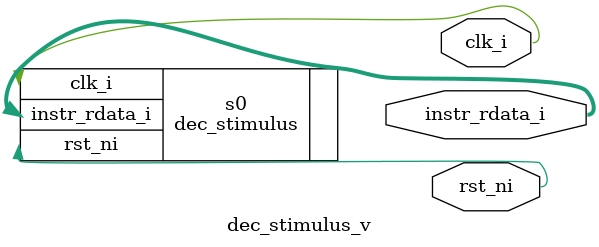
<source format=v>
`include "dec_stimulus.sv"

module dec_stimulus_v#(
    parameter NUM_TRANS = 10
    )(
        output                clk_i,
        output                rst_ni,
        output[31:0]          instr_rdata_i         // instruction read from memory/cache
    );

    dec_stimulus #(
      .NUM_TRANS(NUM_TRANS)  
    )
    s0(
        .clk_i(clk_i),
        .rst_ni(rst_ni),
        .instr_rdata_i(instr_rdata_i)
    );

endmodule
</source>
